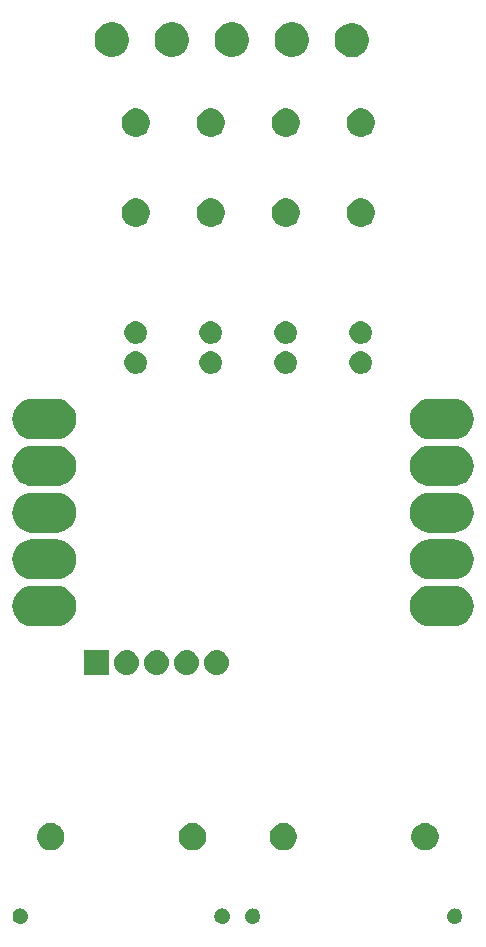
<source format=gbs>
%TF.GenerationSoftware,KiCad,Pcbnew,(5.0.1)-3*%
%TF.CreationDate,2018-12-23T11:38:55+11:00*%
%TF.ProjectId,4Channel-SSR-Switch,344368616E6E656C2D5353522D537769,1.2*%
%TF.SameCoordinates,PX7c25018PY96ca4b8*%
%TF.FileFunction,Soldermask,Bot*%
%TF.FilePolarity,Negative*%
%FSLAX46Y46*%
G04 Gerber Fmt 4.6, Leading zero omitted, Abs format (unit mm)*
G04 Created by KiCad (PCBNEW (5.0.1)-3) date 23/12/2018 11:38:55 AM*
%MOMM*%
%LPD*%
G01*
G04 APERTURE LIST*
%ADD10C,0.100000*%
G04 APERTURE END LIST*
D10*
G36*
X20932738Y6468347D02*
X20974598Y6460021D01*
X21009245Y6445670D01*
X21092890Y6411023D01*
X21199354Y6339886D01*
X21289886Y6249354D01*
X21361023Y6142890D01*
X21410021Y6024597D01*
X21435000Y5899021D01*
X21435000Y5770979D01*
X21410021Y5645403D01*
X21361023Y5527110D01*
X21289886Y5420646D01*
X21199354Y5330114D01*
X21092890Y5258977D01*
X21009245Y5224330D01*
X20974598Y5209979D01*
X20932738Y5201653D01*
X20849021Y5185000D01*
X20720979Y5185000D01*
X20637262Y5201653D01*
X20595402Y5209979D01*
X20560755Y5224330D01*
X20477110Y5258977D01*
X20370646Y5330114D01*
X20280114Y5420646D01*
X20208977Y5527110D01*
X20159979Y5645403D01*
X20135000Y5770979D01*
X20135000Y5899021D01*
X20159979Y6024597D01*
X20208977Y6142890D01*
X20280114Y6249354D01*
X20370646Y6339886D01*
X20477110Y6411023D01*
X20560755Y6445670D01*
X20595402Y6460021D01*
X20637262Y6468347D01*
X20720979Y6485000D01*
X20849021Y6485000D01*
X20932738Y6468347D01*
X20932738Y6468347D01*
G37*
G36*
X23517738Y6468347D02*
X23559598Y6460021D01*
X23594245Y6445670D01*
X23677890Y6411023D01*
X23784354Y6339886D01*
X23874886Y6249354D01*
X23946023Y6142890D01*
X23995021Y6024597D01*
X24020000Y5899021D01*
X24020000Y5770979D01*
X23995021Y5645403D01*
X23946023Y5527110D01*
X23874886Y5420646D01*
X23784354Y5330114D01*
X23677890Y5258977D01*
X23594245Y5224330D01*
X23559598Y5209979D01*
X23517738Y5201653D01*
X23434021Y5185000D01*
X23305979Y5185000D01*
X23222262Y5201653D01*
X23180402Y5209979D01*
X23145755Y5224330D01*
X23062110Y5258977D01*
X22955646Y5330114D01*
X22865114Y5420646D01*
X22793977Y5527110D01*
X22744979Y5645403D01*
X22720000Y5770979D01*
X22720000Y5899021D01*
X22744979Y6024597D01*
X22793977Y6142890D01*
X22865114Y6249354D01*
X22955646Y6339886D01*
X23062110Y6411023D01*
X23145755Y6445670D01*
X23180402Y6460021D01*
X23222262Y6468347D01*
X23305979Y6485000D01*
X23434021Y6485000D01*
X23517738Y6468347D01*
X23517738Y6468347D01*
G37*
G36*
X40617738Y6468347D02*
X40659598Y6460021D01*
X40694245Y6445670D01*
X40777890Y6411023D01*
X40884354Y6339886D01*
X40974886Y6249354D01*
X41046023Y6142890D01*
X41095021Y6024597D01*
X41120000Y5899021D01*
X41120000Y5770979D01*
X41095021Y5645403D01*
X41046023Y5527110D01*
X40974886Y5420646D01*
X40884354Y5330114D01*
X40777890Y5258977D01*
X40694245Y5224330D01*
X40659598Y5209979D01*
X40617738Y5201653D01*
X40534021Y5185000D01*
X40405979Y5185000D01*
X40322262Y5201653D01*
X40280402Y5209979D01*
X40245755Y5224330D01*
X40162110Y5258977D01*
X40055646Y5330114D01*
X39965114Y5420646D01*
X39893977Y5527110D01*
X39844979Y5645403D01*
X39820000Y5770979D01*
X39820000Y5899021D01*
X39844979Y6024597D01*
X39893977Y6142890D01*
X39965114Y6249354D01*
X40055646Y6339886D01*
X40162110Y6411023D01*
X40245755Y6445670D01*
X40280402Y6460021D01*
X40322262Y6468347D01*
X40405979Y6485000D01*
X40534021Y6485000D01*
X40617738Y6468347D01*
X40617738Y6468347D01*
G37*
G36*
X3832738Y6468347D02*
X3874598Y6460021D01*
X3909245Y6445670D01*
X3992890Y6411023D01*
X4099354Y6339886D01*
X4189886Y6249354D01*
X4261023Y6142890D01*
X4310021Y6024597D01*
X4335000Y5899021D01*
X4335000Y5770979D01*
X4310021Y5645403D01*
X4261023Y5527110D01*
X4189886Y5420646D01*
X4099354Y5330114D01*
X3992890Y5258977D01*
X3909245Y5224330D01*
X3874598Y5209979D01*
X3832738Y5201653D01*
X3749021Y5185000D01*
X3620979Y5185000D01*
X3537262Y5201653D01*
X3495402Y5209979D01*
X3460755Y5224330D01*
X3377110Y5258977D01*
X3270646Y5330114D01*
X3180114Y5420646D01*
X3108977Y5527110D01*
X3059979Y5645403D01*
X3035000Y5770979D01*
X3035000Y5899021D01*
X3059979Y6024597D01*
X3108977Y6142890D01*
X3180114Y6249354D01*
X3270646Y6339886D01*
X3377110Y6411023D01*
X3460755Y6445670D01*
X3495402Y6460021D01*
X3537262Y6468347D01*
X3620979Y6485000D01*
X3749021Y6485000D01*
X3832738Y6468347D01*
X3832738Y6468347D01*
G37*
G36*
X18610443Y13680806D02*
X18819728Y13594117D01*
X19008085Y13468261D01*
X19168261Y13308085D01*
X19294117Y13119728D01*
X19380806Y12910443D01*
X19425000Y12688266D01*
X19425000Y12461734D01*
X19380806Y12239557D01*
X19294117Y12030272D01*
X19168261Y11841915D01*
X19008085Y11681739D01*
X18819728Y11555883D01*
X18610443Y11469194D01*
X18388266Y11425000D01*
X18161734Y11425000D01*
X17939557Y11469194D01*
X17730272Y11555883D01*
X17541915Y11681739D01*
X17381739Y11841915D01*
X17255883Y12030272D01*
X17169194Y12239557D01*
X17125000Y12461734D01*
X17125000Y12688266D01*
X17169194Y12910443D01*
X17255883Y13119728D01*
X17381739Y13308085D01*
X17541915Y13468261D01*
X17730272Y13594117D01*
X17939557Y13680806D01*
X18161734Y13725000D01*
X18388266Y13725000D01*
X18610443Y13680806D01*
X18610443Y13680806D01*
G37*
G36*
X6620443Y13680806D02*
X6829728Y13594117D01*
X7018085Y13468261D01*
X7178261Y13308085D01*
X7304117Y13119728D01*
X7390806Y12910443D01*
X7435000Y12688266D01*
X7435000Y12461734D01*
X7390806Y12239557D01*
X7304117Y12030272D01*
X7178261Y11841915D01*
X7018085Y11681739D01*
X6829728Y11555883D01*
X6620443Y11469194D01*
X6398266Y11425000D01*
X6171734Y11425000D01*
X5949557Y11469194D01*
X5740272Y11555883D01*
X5551915Y11681739D01*
X5391739Y11841915D01*
X5265883Y12030272D01*
X5179194Y12239557D01*
X5135000Y12461734D01*
X5135000Y12688266D01*
X5179194Y12910443D01*
X5265883Y13119728D01*
X5391739Y13308085D01*
X5551915Y13468261D01*
X5740272Y13594117D01*
X5949557Y13680806D01*
X6171734Y13725000D01*
X6398266Y13725000D01*
X6620443Y13680806D01*
X6620443Y13680806D01*
G37*
G36*
X38295443Y13680806D02*
X38504728Y13594117D01*
X38693085Y13468261D01*
X38853261Y13308085D01*
X38979117Y13119728D01*
X39065806Y12910443D01*
X39110000Y12688266D01*
X39110000Y12461734D01*
X39065806Y12239557D01*
X38979117Y12030272D01*
X38853261Y11841915D01*
X38693085Y11681739D01*
X38504728Y11555883D01*
X38295443Y11469194D01*
X38073266Y11425000D01*
X37846734Y11425000D01*
X37624557Y11469194D01*
X37415272Y11555883D01*
X37226915Y11681739D01*
X37066739Y11841915D01*
X36940883Y12030272D01*
X36854194Y12239557D01*
X36810000Y12461734D01*
X36810000Y12688266D01*
X36854194Y12910443D01*
X36940883Y13119728D01*
X37066739Y13308085D01*
X37226915Y13468261D01*
X37415272Y13594117D01*
X37624557Y13680806D01*
X37846734Y13725000D01*
X38073266Y13725000D01*
X38295443Y13680806D01*
X38295443Y13680806D01*
G37*
G36*
X26305443Y13680806D02*
X26514728Y13594117D01*
X26703085Y13468261D01*
X26863261Y13308085D01*
X26989117Y13119728D01*
X27075806Y12910443D01*
X27120000Y12688266D01*
X27120000Y12461734D01*
X27075806Y12239557D01*
X26989117Y12030272D01*
X26863261Y11841915D01*
X26703085Y11681739D01*
X26514728Y11555883D01*
X26305443Y11469194D01*
X26083266Y11425000D01*
X25856734Y11425000D01*
X25634557Y11469194D01*
X25425272Y11555883D01*
X25236915Y11681739D01*
X25076739Y11841915D01*
X24950883Y12030272D01*
X24864194Y12239557D01*
X24820000Y12461734D01*
X24820000Y12688266D01*
X24864194Y12910443D01*
X24950883Y13119728D01*
X25076739Y13308085D01*
X25236915Y13468261D01*
X25425272Y13594117D01*
X25634557Y13680806D01*
X25856734Y13725000D01*
X26083266Y13725000D01*
X26305443Y13680806D01*
X26305443Y13680806D01*
G37*
G36*
X11210000Y26255000D02*
X9110000Y26255000D01*
X9110000Y28355000D01*
X11210000Y28355000D01*
X11210000Y26255000D01*
X11210000Y26255000D01*
G37*
G36*
X12828707Y28347403D02*
X12905836Y28339807D01*
X13037787Y28299780D01*
X13103763Y28279767D01*
X13286172Y28182267D01*
X13446054Y28051054D01*
X13577267Y27891172D01*
X13674767Y27708763D01*
X13674767Y27708762D01*
X13734807Y27510836D01*
X13755080Y27305000D01*
X13734807Y27099164D01*
X13694780Y26967213D01*
X13674767Y26901237D01*
X13577267Y26718828D01*
X13446054Y26558946D01*
X13286172Y26427733D01*
X13103763Y26330233D01*
X13037787Y26310220D01*
X12905836Y26270193D01*
X12828707Y26262596D01*
X12751580Y26255000D01*
X12648420Y26255000D01*
X12571293Y26262596D01*
X12494164Y26270193D01*
X12362213Y26310220D01*
X12296237Y26330233D01*
X12113828Y26427733D01*
X11953946Y26558946D01*
X11822733Y26718828D01*
X11725233Y26901237D01*
X11705220Y26967213D01*
X11665193Y27099164D01*
X11644920Y27305000D01*
X11665193Y27510836D01*
X11725233Y27708762D01*
X11725233Y27708763D01*
X11822733Y27891172D01*
X11953946Y28051054D01*
X12113828Y28182267D01*
X12296237Y28279767D01*
X12362213Y28299780D01*
X12494164Y28339807D01*
X12571293Y28347403D01*
X12648420Y28355000D01*
X12751580Y28355000D01*
X12828707Y28347403D01*
X12828707Y28347403D01*
G37*
G36*
X15368707Y28347403D02*
X15445836Y28339807D01*
X15577787Y28299780D01*
X15643763Y28279767D01*
X15826172Y28182267D01*
X15986054Y28051054D01*
X16117267Y27891172D01*
X16214767Y27708763D01*
X16214767Y27708762D01*
X16274807Y27510836D01*
X16295080Y27305000D01*
X16274807Y27099164D01*
X16234780Y26967213D01*
X16214767Y26901237D01*
X16117267Y26718828D01*
X15986054Y26558946D01*
X15826172Y26427733D01*
X15643763Y26330233D01*
X15577787Y26310220D01*
X15445836Y26270193D01*
X15368707Y26262596D01*
X15291580Y26255000D01*
X15188420Y26255000D01*
X15111293Y26262596D01*
X15034164Y26270193D01*
X14902213Y26310220D01*
X14836237Y26330233D01*
X14653828Y26427733D01*
X14493946Y26558946D01*
X14362733Y26718828D01*
X14265233Y26901237D01*
X14245220Y26967213D01*
X14205193Y27099164D01*
X14184920Y27305000D01*
X14205193Y27510836D01*
X14265233Y27708762D01*
X14265233Y27708763D01*
X14362733Y27891172D01*
X14493946Y28051054D01*
X14653828Y28182267D01*
X14836237Y28279767D01*
X14902213Y28299780D01*
X15034164Y28339807D01*
X15111293Y28347403D01*
X15188420Y28355000D01*
X15291580Y28355000D01*
X15368707Y28347403D01*
X15368707Y28347403D01*
G37*
G36*
X17908707Y28347403D02*
X17985836Y28339807D01*
X18117787Y28299780D01*
X18183763Y28279767D01*
X18366172Y28182267D01*
X18526054Y28051054D01*
X18657267Y27891172D01*
X18754767Y27708763D01*
X18754767Y27708762D01*
X18814807Y27510836D01*
X18835080Y27305000D01*
X18814807Y27099164D01*
X18774780Y26967213D01*
X18754767Y26901237D01*
X18657267Y26718828D01*
X18526054Y26558946D01*
X18366172Y26427733D01*
X18183763Y26330233D01*
X18117787Y26310220D01*
X17985836Y26270193D01*
X17908707Y26262596D01*
X17831580Y26255000D01*
X17728420Y26255000D01*
X17651293Y26262596D01*
X17574164Y26270193D01*
X17442213Y26310220D01*
X17376237Y26330233D01*
X17193828Y26427733D01*
X17033946Y26558946D01*
X16902733Y26718828D01*
X16805233Y26901237D01*
X16785220Y26967213D01*
X16745193Y27099164D01*
X16724920Y27305000D01*
X16745193Y27510836D01*
X16805233Y27708762D01*
X16805233Y27708763D01*
X16902733Y27891172D01*
X17033946Y28051054D01*
X17193828Y28182267D01*
X17376237Y28279767D01*
X17442213Y28299780D01*
X17574164Y28339807D01*
X17651293Y28347403D01*
X17728420Y28355000D01*
X17831580Y28355000D01*
X17908707Y28347403D01*
X17908707Y28347403D01*
G37*
G36*
X20448707Y28347403D02*
X20525836Y28339807D01*
X20657787Y28299780D01*
X20723763Y28279767D01*
X20906172Y28182267D01*
X21066054Y28051054D01*
X21197267Y27891172D01*
X21294767Y27708763D01*
X21294767Y27708762D01*
X21354807Y27510836D01*
X21375080Y27305000D01*
X21354807Y27099164D01*
X21314780Y26967213D01*
X21294767Y26901237D01*
X21197267Y26718828D01*
X21066054Y26558946D01*
X20906172Y26427733D01*
X20723763Y26330233D01*
X20657787Y26310220D01*
X20525836Y26270193D01*
X20448707Y26262596D01*
X20371580Y26255000D01*
X20268420Y26255000D01*
X20191293Y26262596D01*
X20114164Y26270193D01*
X19982213Y26310220D01*
X19916237Y26330233D01*
X19733828Y26427733D01*
X19573946Y26558946D01*
X19442733Y26718828D01*
X19345233Y26901237D01*
X19325220Y26967213D01*
X19285193Y27099164D01*
X19264920Y27305000D01*
X19285193Y27510836D01*
X19345233Y27708762D01*
X19345233Y27708763D01*
X19442733Y27891172D01*
X19573946Y28051054D01*
X19733828Y28182267D01*
X19916237Y28279767D01*
X19982213Y28299780D01*
X20114164Y28339807D01*
X20191293Y28347403D01*
X20268420Y28355000D01*
X20371580Y28355000D01*
X20448707Y28347403D01*
X20448707Y28347403D01*
G37*
G36*
X7048989Y33760554D02*
X7048992Y33760553D01*
X7048993Y33760553D01*
X7369419Y33663353D01*
X7369421Y33663352D01*
X7664728Y33505507D01*
X7923565Y33293085D01*
X8135987Y33034248D01*
X8293832Y32738941D01*
X8391034Y32418509D01*
X8423854Y32085280D01*
X8391034Y31752051D01*
X8293832Y31431619D01*
X8135987Y31136312D01*
X7923565Y30877475D01*
X7664728Y30665053D01*
X7664726Y30665052D01*
X7369419Y30507207D01*
X7048993Y30410007D01*
X7048992Y30410007D01*
X7048989Y30410006D01*
X6799262Y30385410D01*
X4630738Y30385410D01*
X4381011Y30410006D01*
X4381008Y30410007D01*
X4381007Y30410007D01*
X4060581Y30507207D01*
X3765274Y30665052D01*
X3765272Y30665053D01*
X3506435Y30877475D01*
X3294013Y31136312D01*
X3136168Y31431619D01*
X3038966Y31752051D01*
X3006146Y32085280D01*
X3038966Y32418509D01*
X3136168Y32738941D01*
X3294013Y33034248D01*
X3506435Y33293085D01*
X3765272Y33505507D01*
X4060579Y33663352D01*
X4060581Y33663353D01*
X4381007Y33760553D01*
X4381008Y33760553D01*
X4381011Y33760554D01*
X4630738Y33785150D01*
X6799262Y33785150D01*
X7048989Y33760554D01*
X7048989Y33760554D01*
G37*
G36*
X40703989Y33760554D02*
X40703992Y33760553D01*
X40703993Y33760553D01*
X41024419Y33663353D01*
X41024421Y33663352D01*
X41319728Y33505507D01*
X41578565Y33293085D01*
X41790987Y33034248D01*
X41948832Y32738941D01*
X42046034Y32418509D01*
X42078854Y32085280D01*
X42046034Y31752051D01*
X41948832Y31431619D01*
X41790987Y31136312D01*
X41578565Y30877475D01*
X41319728Y30665053D01*
X41319726Y30665052D01*
X41024419Y30507207D01*
X40703993Y30410007D01*
X40703992Y30410007D01*
X40703989Y30410006D01*
X40454262Y30385410D01*
X38285738Y30385410D01*
X38036011Y30410006D01*
X38036008Y30410007D01*
X38036007Y30410007D01*
X37715581Y30507207D01*
X37420274Y30665052D01*
X37420272Y30665053D01*
X37161435Y30877475D01*
X36949013Y31136312D01*
X36791168Y31431619D01*
X36693966Y31752051D01*
X36661146Y32085280D01*
X36693966Y32418509D01*
X36791168Y32738941D01*
X36949013Y33034248D01*
X37161435Y33293085D01*
X37420272Y33505507D01*
X37715579Y33663352D01*
X37715581Y33663353D01*
X38036007Y33760553D01*
X38036008Y33760553D01*
X38036011Y33760554D01*
X38285738Y33785150D01*
X40454262Y33785150D01*
X40703989Y33760554D01*
X40703989Y33760554D01*
G37*
G36*
X7048989Y37720414D02*
X7048992Y37720413D01*
X7048993Y37720413D01*
X7369419Y37623213D01*
X7369421Y37623212D01*
X7664728Y37465367D01*
X7923565Y37252945D01*
X8135987Y36994108D01*
X8293832Y36698801D01*
X8391034Y36378369D01*
X8423854Y36045140D01*
X8391034Y35711911D01*
X8293832Y35391479D01*
X8135987Y35096172D01*
X7923565Y34837335D01*
X7664728Y34624913D01*
X7664726Y34624912D01*
X7369419Y34467067D01*
X7048993Y34369867D01*
X7048992Y34369867D01*
X7048989Y34369866D01*
X6799262Y34345270D01*
X4630738Y34345270D01*
X4381011Y34369866D01*
X4381008Y34369867D01*
X4381007Y34369867D01*
X4060581Y34467067D01*
X3765274Y34624912D01*
X3765272Y34624913D01*
X3506435Y34837335D01*
X3294013Y35096172D01*
X3136168Y35391479D01*
X3038966Y35711911D01*
X3006146Y36045140D01*
X3038966Y36378369D01*
X3136168Y36698801D01*
X3294013Y36994108D01*
X3506435Y37252945D01*
X3765272Y37465367D01*
X4060579Y37623212D01*
X4060581Y37623213D01*
X4381007Y37720413D01*
X4381008Y37720413D01*
X4381011Y37720414D01*
X4630738Y37745010D01*
X6799262Y37745010D01*
X7048989Y37720414D01*
X7048989Y37720414D01*
G37*
G36*
X40703989Y37720414D02*
X40703992Y37720413D01*
X40703993Y37720413D01*
X41024419Y37623213D01*
X41024421Y37623212D01*
X41319728Y37465367D01*
X41578565Y37252945D01*
X41790987Y36994108D01*
X41948832Y36698801D01*
X42046034Y36378369D01*
X42078854Y36045140D01*
X42046034Y35711911D01*
X41948832Y35391479D01*
X41790987Y35096172D01*
X41578565Y34837335D01*
X41319728Y34624913D01*
X41319726Y34624912D01*
X41024419Y34467067D01*
X40703993Y34369867D01*
X40703992Y34369867D01*
X40703989Y34369866D01*
X40454262Y34345270D01*
X38285738Y34345270D01*
X38036011Y34369866D01*
X38036008Y34369867D01*
X38036007Y34369867D01*
X37715581Y34467067D01*
X37420274Y34624912D01*
X37420272Y34624913D01*
X37161435Y34837335D01*
X36949013Y35096172D01*
X36791168Y35391479D01*
X36693966Y35711911D01*
X36661146Y36045140D01*
X36693966Y36378369D01*
X36791168Y36698801D01*
X36949013Y36994108D01*
X37161435Y37252945D01*
X37420272Y37465367D01*
X37715579Y37623212D01*
X37715581Y37623213D01*
X38036007Y37720413D01*
X38036008Y37720413D01*
X38036011Y37720414D01*
X38285738Y37745010D01*
X40454262Y37745010D01*
X40703989Y37720414D01*
X40703989Y37720414D01*
G37*
G36*
X7048989Y41680274D02*
X7048992Y41680273D01*
X7048993Y41680273D01*
X7369419Y41583073D01*
X7369421Y41583072D01*
X7664728Y41425227D01*
X7923565Y41212805D01*
X8135987Y40953968D01*
X8293832Y40658661D01*
X8391034Y40338229D01*
X8423854Y40005000D01*
X8391034Y39671771D01*
X8293832Y39351339D01*
X8135987Y39056032D01*
X7923565Y38797195D01*
X7664728Y38584773D01*
X7664726Y38584772D01*
X7369419Y38426927D01*
X7048993Y38329727D01*
X7048992Y38329727D01*
X7048989Y38329726D01*
X6799262Y38305130D01*
X4630738Y38305130D01*
X4381011Y38329726D01*
X4381008Y38329727D01*
X4381007Y38329727D01*
X4060581Y38426927D01*
X3765274Y38584772D01*
X3765272Y38584773D01*
X3506435Y38797195D01*
X3294013Y39056032D01*
X3136168Y39351339D01*
X3038966Y39671771D01*
X3006146Y40005000D01*
X3038966Y40338229D01*
X3136168Y40658661D01*
X3294013Y40953968D01*
X3506435Y41212805D01*
X3765272Y41425227D01*
X4060579Y41583072D01*
X4060581Y41583073D01*
X4381007Y41680273D01*
X4381008Y41680273D01*
X4381011Y41680274D01*
X4630738Y41704870D01*
X6799262Y41704870D01*
X7048989Y41680274D01*
X7048989Y41680274D01*
G37*
G36*
X40703989Y41680274D02*
X40703992Y41680273D01*
X40703993Y41680273D01*
X41024419Y41583073D01*
X41024421Y41583072D01*
X41319728Y41425227D01*
X41578565Y41212805D01*
X41790987Y40953968D01*
X41948832Y40658661D01*
X42046034Y40338229D01*
X42078854Y40005000D01*
X42046034Y39671771D01*
X41948832Y39351339D01*
X41790987Y39056032D01*
X41578565Y38797195D01*
X41319728Y38584773D01*
X41319726Y38584772D01*
X41024419Y38426927D01*
X40703993Y38329727D01*
X40703992Y38329727D01*
X40703989Y38329726D01*
X40454262Y38305130D01*
X38285738Y38305130D01*
X38036011Y38329726D01*
X38036008Y38329727D01*
X38036007Y38329727D01*
X37715581Y38426927D01*
X37420274Y38584772D01*
X37420272Y38584773D01*
X37161435Y38797195D01*
X36949013Y39056032D01*
X36791168Y39351339D01*
X36693966Y39671771D01*
X36661146Y40005000D01*
X36693966Y40338229D01*
X36791168Y40658661D01*
X36949013Y40953968D01*
X37161435Y41212805D01*
X37420272Y41425227D01*
X37715579Y41583072D01*
X37715581Y41583073D01*
X38036007Y41680273D01*
X38036008Y41680273D01*
X38036011Y41680274D01*
X38285738Y41704870D01*
X40454262Y41704870D01*
X40703989Y41680274D01*
X40703989Y41680274D01*
G37*
G36*
X7048989Y45640134D02*
X7048992Y45640133D01*
X7048993Y45640133D01*
X7369419Y45542933D01*
X7369421Y45542932D01*
X7664728Y45385087D01*
X7923565Y45172665D01*
X8135987Y44913828D01*
X8293832Y44618521D01*
X8391034Y44298089D01*
X8423854Y43964860D01*
X8391034Y43631631D01*
X8293832Y43311199D01*
X8135987Y43015892D01*
X7923565Y42757055D01*
X7664728Y42544633D01*
X7664726Y42544632D01*
X7369419Y42386787D01*
X7048993Y42289587D01*
X7048992Y42289587D01*
X7048989Y42289586D01*
X6799262Y42264990D01*
X4630738Y42264990D01*
X4381011Y42289586D01*
X4381008Y42289587D01*
X4381007Y42289587D01*
X4060581Y42386787D01*
X3765274Y42544632D01*
X3765272Y42544633D01*
X3506435Y42757055D01*
X3294013Y43015892D01*
X3136168Y43311199D01*
X3038966Y43631631D01*
X3006146Y43964860D01*
X3038966Y44298089D01*
X3136168Y44618521D01*
X3294013Y44913828D01*
X3506435Y45172665D01*
X3765272Y45385087D01*
X4060579Y45542932D01*
X4060581Y45542933D01*
X4381007Y45640133D01*
X4381008Y45640133D01*
X4381011Y45640134D01*
X4630738Y45664730D01*
X6799262Y45664730D01*
X7048989Y45640134D01*
X7048989Y45640134D01*
G37*
G36*
X40703989Y45640134D02*
X40703992Y45640133D01*
X40703993Y45640133D01*
X41024419Y45542933D01*
X41024421Y45542932D01*
X41319728Y45385087D01*
X41578565Y45172665D01*
X41790987Y44913828D01*
X41948832Y44618521D01*
X42046034Y44298089D01*
X42078854Y43964860D01*
X42046034Y43631631D01*
X41948832Y43311199D01*
X41790987Y43015892D01*
X41578565Y42757055D01*
X41319728Y42544633D01*
X41319726Y42544632D01*
X41024419Y42386787D01*
X40703993Y42289587D01*
X40703992Y42289587D01*
X40703989Y42289586D01*
X40454262Y42264990D01*
X38285738Y42264990D01*
X38036011Y42289586D01*
X38036008Y42289587D01*
X38036007Y42289587D01*
X37715581Y42386787D01*
X37420274Y42544632D01*
X37420272Y42544633D01*
X37161435Y42757055D01*
X36949013Y43015892D01*
X36791168Y43311199D01*
X36693966Y43631631D01*
X36661146Y43964860D01*
X36693966Y44298089D01*
X36791168Y44618521D01*
X36949013Y44913828D01*
X37161435Y45172665D01*
X37420272Y45385087D01*
X37715579Y45542932D01*
X37715581Y45542933D01*
X38036007Y45640133D01*
X38036008Y45640133D01*
X38036011Y45640134D01*
X38285738Y45664730D01*
X40454262Y45664730D01*
X40703989Y45640134D01*
X40703989Y45640134D01*
G37*
G36*
X40703989Y49599994D02*
X40703992Y49599993D01*
X40703993Y49599993D01*
X41024419Y49502793D01*
X41024421Y49502792D01*
X41319728Y49344947D01*
X41578565Y49132525D01*
X41790987Y48873688D01*
X41948832Y48578381D01*
X42046034Y48257949D01*
X42078854Y47924720D01*
X42046034Y47591491D01*
X41948832Y47271059D01*
X41790987Y46975752D01*
X41578565Y46716915D01*
X41319728Y46504493D01*
X41319726Y46504492D01*
X41024419Y46346647D01*
X40703993Y46249447D01*
X40703992Y46249447D01*
X40703989Y46249446D01*
X40454262Y46224850D01*
X38285738Y46224850D01*
X38036011Y46249446D01*
X38036008Y46249447D01*
X38036007Y46249447D01*
X37715581Y46346647D01*
X37420274Y46504492D01*
X37420272Y46504493D01*
X37161435Y46716915D01*
X36949013Y46975752D01*
X36791168Y47271059D01*
X36693966Y47591491D01*
X36661146Y47924720D01*
X36693966Y48257949D01*
X36791168Y48578381D01*
X36949013Y48873688D01*
X37161435Y49132525D01*
X37420272Y49344947D01*
X37715579Y49502792D01*
X37715581Y49502793D01*
X38036007Y49599993D01*
X38036008Y49599993D01*
X38036011Y49599994D01*
X38285738Y49624590D01*
X40454262Y49624590D01*
X40703989Y49599994D01*
X40703989Y49599994D01*
G37*
G36*
X7048989Y49599994D02*
X7048992Y49599993D01*
X7048993Y49599993D01*
X7369419Y49502793D01*
X7369421Y49502792D01*
X7664728Y49344947D01*
X7923565Y49132525D01*
X8135987Y48873688D01*
X8293832Y48578381D01*
X8391034Y48257949D01*
X8423854Y47924720D01*
X8391034Y47591491D01*
X8293832Y47271059D01*
X8135987Y46975752D01*
X7923565Y46716915D01*
X7664728Y46504493D01*
X7664726Y46504492D01*
X7369419Y46346647D01*
X7048993Y46249447D01*
X7048992Y46249447D01*
X7048989Y46249446D01*
X6799262Y46224850D01*
X4630738Y46224850D01*
X4381011Y46249446D01*
X4381008Y46249447D01*
X4381007Y46249447D01*
X4060581Y46346647D01*
X3765274Y46504492D01*
X3765272Y46504493D01*
X3506435Y46716915D01*
X3294013Y46975752D01*
X3136168Y47271059D01*
X3038966Y47591491D01*
X3006146Y47924720D01*
X3038966Y48257949D01*
X3136168Y48578381D01*
X3294013Y48873688D01*
X3506435Y49132525D01*
X3765272Y49344947D01*
X4060579Y49502792D01*
X4060581Y49502793D01*
X4381007Y49599993D01*
X4381008Y49599993D01*
X4381011Y49599994D01*
X4630738Y49624590D01*
X6799262Y49624590D01*
X7048989Y49599994D01*
X7048989Y49599994D01*
G37*
G36*
X32654452Y53645873D02*
X32792105Y53618492D01*
X32964994Y53546879D01*
X33120590Y53442913D01*
X33252913Y53310590D01*
X33356879Y53154994D01*
X33428492Y52982105D01*
X33465000Y52798567D01*
X33465000Y52611433D01*
X33428492Y52427895D01*
X33356879Y52255006D01*
X33252913Y52099410D01*
X33120590Y51967087D01*
X32964994Y51863121D01*
X32792105Y51791508D01*
X32654451Y51764127D01*
X32608568Y51755000D01*
X32421432Y51755000D01*
X32375549Y51764127D01*
X32237895Y51791508D01*
X32065006Y51863121D01*
X31909410Y51967087D01*
X31777087Y52099410D01*
X31673121Y52255006D01*
X31601508Y52427895D01*
X31565000Y52611433D01*
X31565000Y52798567D01*
X31601508Y52982105D01*
X31673121Y53154994D01*
X31777087Y53310590D01*
X31909410Y53442913D01*
X32065006Y53546879D01*
X32237895Y53618492D01*
X32375549Y53645873D01*
X32421432Y53655000D01*
X32608568Y53655000D01*
X32654452Y53645873D01*
X32654452Y53645873D01*
G37*
G36*
X13604452Y53645873D02*
X13742105Y53618492D01*
X13914994Y53546879D01*
X14070590Y53442913D01*
X14202913Y53310590D01*
X14306879Y53154994D01*
X14378492Y52982105D01*
X14415000Y52798567D01*
X14415000Y52611433D01*
X14378492Y52427895D01*
X14306879Y52255006D01*
X14202913Y52099410D01*
X14070590Y51967087D01*
X13914994Y51863121D01*
X13742105Y51791508D01*
X13604451Y51764127D01*
X13558568Y51755000D01*
X13371432Y51755000D01*
X13325549Y51764127D01*
X13187895Y51791508D01*
X13015006Y51863121D01*
X12859410Y51967087D01*
X12727087Y52099410D01*
X12623121Y52255006D01*
X12551508Y52427895D01*
X12515000Y52611433D01*
X12515000Y52798567D01*
X12551508Y52982105D01*
X12623121Y53154994D01*
X12727087Y53310590D01*
X12859410Y53442913D01*
X13015006Y53546879D01*
X13187895Y53618492D01*
X13325549Y53645873D01*
X13371432Y53655000D01*
X13558568Y53655000D01*
X13604452Y53645873D01*
X13604452Y53645873D01*
G37*
G36*
X26304452Y53645873D02*
X26442105Y53618492D01*
X26614994Y53546879D01*
X26770590Y53442913D01*
X26902913Y53310590D01*
X27006879Y53154994D01*
X27078492Y52982105D01*
X27115000Y52798567D01*
X27115000Y52611433D01*
X27078492Y52427895D01*
X27006879Y52255006D01*
X26902913Y52099410D01*
X26770590Y51967087D01*
X26614994Y51863121D01*
X26442105Y51791508D01*
X26304451Y51764127D01*
X26258568Y51755000D01*
X26071432Y51755000D01*
X26025549Y51764127D01*
X25887895Y51791508D01*
X25715006Y51863121D01*
X25559410Y51967087D01*
X25427087Y52099410D01*
X25323121Y52255006D01*
X25251508Y52427895D01*
X25215000Y52611433D01*
X25215000Y52798567D01*
X25251508Y52982105D01*
X25323121Y53154994D01*
X25427087Y53310590D01*
X25559410Y53442913D01*
X25715006Y53546879D01*
X25887895Y53618492D01*
X26025549Y53645873D01*
X26071432Y53655000D01*
X26258568Y53655000D01*
X26304452Y53645873D01*
X26304452Y53645873D01*
G37*
G36*
X19954452Y53645873D02*
X20092105Y53618492D01*
X20264994Y53546879D01*
X20420590Y53442913D01*
X20552913Y53310590D01*
X20656879Y53154994D01*
X20728492Y52982105D01*
X20765000Y52798567D01*
X20765000Y52611433D01*
X20728492Y52427895D01*
X20656879Y52255006D01*
X20552913Y52099410D01*
X20420590Y51967087D01*
X20264994Y51863121D01*
X20092105Y51791508D01*
X19954451Y51764127D01*
X19908568Y51755000D01*
X19721432Y51755000D01*
X19675549Y51764127D01*
X19537895Y51791508D01*
X19365006Y51863121D01*
X19209410Y51967087D01*
X19077087Y52099410D01*
X18973121Y52255006D01*
X18901508Y52427895D01*
X18865000Y52611433D01*
X18865000Y52798567D01*
X18901508Y52982105D01*
X18973121Y53154994D01*
X19077087Y53310590D01*
X19209410Y53442913D01*
X19365006Y53546879D01*
X19537895Y53618492D01*
X19675549Y53645873D01*
X19721432Y53655000D01*
X19908568Y53655000D01*
X19954452Y53645873D01*
X19954452Y53645873D01*
G37*
G36*
X32654452Y56185873D02*
X32792105Y56158492D01*
X32964994Y56086879D01*
X33120590Y55982913D01*
X33252913Y55850590D01*
X33356879Y55694994D01*
X33428492Y55522105D01*
X33465000Y55338567D01*
X33465000Y55151433D01*
X33428492Y54967895D01*
X33356879Y54795006D01*
X33252913Y54639410D01*
X33120590Y54507087D01*
X32964994Y54403121D01*
X32792105Y54331508D01*
X32654451Y54304127D01*
X32608568Y54295000D01*
X32421432Y54295000D01*
X32375548Y54304127D01*
X32237895Y54331508D01*
X32065006Y54403121D01*
X31909410Y54507087D01*
X31777087Y54639410D01*
X31673121Y54795006D01*
X31601508Y54967895D01*
X31565000Y55151433D01*
X31565000Y55338567D01*
X31601508Y55522105D01*
X31673121Y55694994D01*
X31777087Y55850590D01*
X31909410Y55982913D01*
X32065006Y56086879D01*
X32237895Y56158492D01*
X32375549Y56185873D01*
X32421432Y56195000D01*
X32608568Y56195000D01*
X32654452Y56185873D01*
X32654452Y56185873D01*
G37*
G36*
X26304452Y56185873D02*
X26442105Y56158492D01*
X26614994Y56086879D01*
X26770590Y55982913D01*
X26902913Y55850590D01*
X27006879Y55694994D01*
X27078492Y55522105D01*
X27115000Y55338567D01*
X27115000Y55151433D01*
X27078492Y54967895D01*
X27006879Y54795006D01*
X26902913Y54639410D01*
X26770590Y54507087D01*
X26614994Y54403121D01*
X26442105Y54331508D01*
X26304451Y54304127D01*
X26258568Y54295000D01*
X26071432Y54295000D01*
X26025548Y54304127D01*
X25887895Y54331508D01*
X25715006Y54403121D01*
X25559410Y54507087D01*
X25427087Y54639410D01*
X25323121Y54795006D01*
X25251508Y54967895D01*
X25215000Y55151433D01*
X25215000Y55338567D01*
X25251508Y55522105D01*
X25323121Y55694994D01*
X25427087Y55850590D01*
X25559410Y55982913D01*
X25715006Y56086879D01*
X25887895Y56158492D01*
X26025549Y56185873D01*
X26071432Y56195000D01*
X26258568Y56195000D01*
X26304452Y56185873D01*
X26304452Y56185873D01*
G37*
G36*
X19954452Y56185873D02*
X20092105Y56158492D01*
X20264994Y56086879D01*
X20420590Y55982913D01*
X20552913Y55850590D01*
X20656879Y55694994D01*
X20728492Y55522105D01*
X20765000Y55338567D01*
X20765000Y55151433D01*
X20728492Y54967895D01*
X20656879Y54795006D01*
X20552913Y54639410D01*
X20420590Y54507087D01*
X20264994Y54403121D01*
X20092105Y54331508D01*
X19954451Y54304127D01*
X19908568Y54295000D01*
X19721432Y54295000D01*
X19675548Y54304127D01*
X19537895Y54331508D01*
X19365006Y54403121D01*
X19209410Y54507087D01*
X19077087Y54639410D01*
X18973121Y54795006D01*
X18901508Y54967895D01*
X18865000Y55151433D01*
X18865000Y55338567D01*
X18901508Y55522105D01*
X18973121Y55694994D01*
X19077087Y55850590D01*
X19209410Y55982913D01*
X19365006Y56086879D01*
X19537895Y56158492D01*
X19675549Y56185873D01*
X19721432Y56195000D01*
X19908568Y56195000D01*
X19954452Y56185873D01*
X19954452Y56185873D01*
G37*
G36*
X13604452Y56185873D02*
X13742105Y56158492D01*
X13914994Y56086879D01*
X14070590Y55982913D01*
X14202913Y55850590D01*
X14306879Y55694994D01*
X14378492Y55522105D01*
X14415000Y55338567D01*
X14415000Y55151433D01*
X14378492Y54967895D01*
X14306879Y54795006D01*
X14202913Y54639410D01*
X14070590Y54507087D01*
X13914994Y54403121D01*
X13742105Y54331508D01*
X13604451Y54304127D01*
X13558568Y54295000D01*
X13371432Y54295000D01*
X13325548Y54304127D01*
X13187895Y54331508D01*
X13015006Y54403121D01*
X12859410Y54507087D01*
X12727087Y54639410D01*
X12623121Y54795006D01*
X12551508Y54967895D01*
X12515000Y55151433D01*
X12515000Y55338567D01*
X12551508Y55522105D01*
X12623121Y55694994D01*
X12727087Y55850590D01*
X12859410Y55982913D01*
X13015006Y56086879D01*
X13187895Y56158492D01*
X13325549Y56185873D01*
X13371432Y56195000D01*
X13558568Y56195000D01*
X13604452Y56185873D01*
X13604452Y56185873D01*
G37*
G36*
X26515026Y66558885D02*
X26733412Y66468427D01*
X26929958Y66337099D01*
X27097099Y66169958D01*
X27228427Y65973412D01*
X27318885Y65755026D01*
X27365000Y65523191D01*
X27365000Y65286809D01*
X27318885Y65054974D01*
X27228427Y64836588D01*
X27097099Y64640042D01*
X26929958Y64472901D01*
X26733412Y64341573D01*
X26515026Y64251115D01*
X26283191Y64205000D01*
X26046809Y64205000D01*
X25814974Y64251115D01*
X25596588Y64341573D01*
X25400042Y64472901D01*
X25232901Y64640042D01*
X25101573Y64836588D01*
X25011115Y65054974D01*
X24965000Y65286809D01*
X24965000Y65523191D01*
X25011115Y65755026D01*
X25101573Y65973412D01*
X25232901Y66169958D01*
X25400042Y66337099D01*
X25596588Y66468427D01*
X25814974Y66558885D01*
X26046809Y66605000D01*
X26283191Y66605000D01*
X26515026Y66558885D01*
X26515026Y66558885D01*
G37*
G36*
X32865026Y66558885D02*
X33083412Y66468427D01*
X33279958Y66337099D01*
X33447099Y66169958D01*
X33578427Y65973412D01*
X33668885Y65755026D01*
X33715000Y65523191D01*
X33715000Y65286809D01*
X33668885Y65054974D01*
X33578427Y64836588D01*
X33447099Y64640042D01*
X33279958Y64472901D01*
X33083412Y64341573D01*
X32865026Y64251115D01*
X32633191Y64205000D01*
X32396809Y64205000D01*
X32164974Y64251115D01*
X31946588Y64341573D01*
X31750042Y64472901D01*
X31582901Y64640042D01*
X31451573Y64836588D01*
X31361115Y65054974D01*
X31315000Y65286809D01*
X31315000Y65523191D01*
X31361115Y65755026D01*
X31451573Y65973412D01*
X31582901Y66169958D01*
X31750042Y66337099D01*
X31946588Y66468427D01*
X32164974Y66558885D01*
X32396809Y66605000D01*
X32633191Y66605000D01*
X32865026Y66558885D01*
X32865026Y66558885D01*
G37*
G36*
X20165026Y66558885D02*
X20383412Y66468427D01*
X20579958Y66337099D01*
X20747099Y66169958D01*
X20878427Y65973412D01*
X20968885Y65755026D01*
X21015000Y65523191D01*
X21015000Y65286809D01*
X20968885Y65054974D01*
X20878427Y64836588D01*
X20747099Y64640042D01*
X20579958Y64472901D01*
X20383412Y64341573D01*
X20165026Y64251115D01*
X19933191Y64205000D01*
X19696809Y64205000D01*
X19464974Y64251115D01*
X19246588Y64341573D01*
X19050042Y64472901D01*
X18882901Y64640042D01*
X18751573Y64836588D01*
X18661115Y65054974D01*
X18615000Y65286809D01*
X18615000Y65523191D01*
X18661115Y65755026D01*
X18751573Y65973412D01*
X18882901Y66169958D01*
X19050042Y66337099D01*
X19246588Y66468427D01*
X19464974Y66558885D01*
X19696809Y66605000D01*
X19933191Y66605000D01*
X20165026Y66558885D01*
X20165026Y66558885D01*
G37*
G36*
X13815026Y66558885D02*
X14033412Y66468427D01*
X14229958Y66337099D01*
X14397099Y66169958D01*
X14528427Y65973412D01*
X14618885Y65755026D01*
X14665000Y65523191D01*
X14665000Y65286809D01*
X14618885Y65054974D01*
X14528427Y64836588D01*
X14397099Y64640042D01*
X14229958Y64472901D01*
X14033412Y64341573D01*
X13815026Y64251115D01*
X13583191Y64205000D01*
X13346809Y64205000D01*
X13114974Y64251115D01*
X12896588Y64341573D01*
X12700042Y64472901D01*
X12532901Y64640042D01*
X12401573Y64836588D01*
X12311115Y65054974D01*
X12265000Y65286809D01*
X12265000Y65523191D01*
X12311115Y65755026D01*
X12401573Y65973412D01*
X12532901Y66169958D01*
X12700042Y66337099D01*
X12896588Y66468427D01*
X13114974Y66558885D01*
X13346809Y66605000D01*
X13583191Y66605000D01*
X13815026Y66558885D01*
X13815026Y66558885D01*
G37*
G36*
X32865026Y74178885D02*
X33083412Y74088427D01*
X33279958Y73957099D01*
X33447099Y73789958D01*
X33578427Y73593412D01*
X33668885Y73375026D01*
X33715000Y73143191D01*
X33715000Y72906809D01*
X33668885Y72674974D01*
X33578427Y72456588D01*
X33447099Y72260042D01*
X33279958Y72092901D01*
X33083412Y71961573D01*
X32865026Y71871115D01*
X32633191Y71825000D01*
X32396809Y71825000D01*
X32164974Y71871115D01*
X31946588Y71961573D01*
X31750042Y72092901D01*
X31582901Y72260042D01*
X31451573Y72456588D01*
X31361115Y72674974D01*
X31315000Y72906809D01*
X31315000Y73143191D01*
X31361115Y73375026D01*
X31451573Y73593412D01*
X31582901Y73789958D01*
X31750042Y73957099D01*
X31946588Y74088427D01*
X32164974Y74178885D01*
X32396809Y74225000D01*
X32633191Y74225000D01*
X32865026Y74178885D01*
X32865026Y74178885D01*
G37*
G36*
X26515026Y74178885D02*
X26733412Y74088427D01*
X26929958Y73957099D01*
X27097099Y73789958D01*
X27228427Y73593412D01*
X27318885Y73375026D01*
X27365000Y73143191D01*
X27365000Y72906809D01*
X27318885Y72674974D01*
X27228427Y72456588D01*
X27097099Y72260042D01*
X26929958Y72092901D01*
X26733412Y71961573D01*
X26515026Y71871115D01*
X26283191Y71825000D01*
X26046809Y71825000D01*
X25814974Y71871115D01*
X25596588Y71961573D01*
X25400042Y72092901D01*
X25232901Y72260042D01*
X25101573Y72456588D01*
X25011115Y72674974D01*
X24965000Y72906809D01*
X24965000Y73143191D01*
X25011115Y73375026D01*
X25101573Y73593412D01*
X25232901Y73789958D01*
X25400042Y73957099D01*
X25596588Y74088427D01*
X25814974Y74178885D01*
X26046809Y74225000D01*
X26283191Y74225000D01*
X26515026Y74178885D01*
X26515026Y74178885D01*
G37*
G36*
X13815026Y74178885D02*
X14033412Y74088427D01*
X14229958Y73957099D01*
X14397099Y73789958D01*
X14528427Y73593412D01*
X14618885Y73375026D01*
X14665000Y73143191D01*
X14665000Y72906809D01*
X14618885Y72674974D01*
X14528427Y72456588D01*
X14397099Y72260042D01*
X14229958Y72092901D01*
X14033412Y71961573D01*
X13815026Y71871115D01*
X13583191Y71825000D01*
X13346809Y71825000D01*
X13114974Y71871115D01*
X12896588Y71961573D01*
X12700042Y72092901D01*
X12532901Y72260042D01*
X12401573Y72456588D01*
X12311115Y72674974D01*
X12265000Y72906809D01*
X12265000Y73143191D01*
X12311115Y73375026D01*
X12401573Y73593412D01*
X12532901Y73789958D01*
X12700042Y73957099D01*
X12896588Y74088427D01*
X13114974Y74178885D01*
X13346809Y74225000D01*
X13583191Y74225000D01*
X13815026Y74178885D01*
X13815026Y74178885D01*
G37*
G36*
X20165026Y74178885D02*
X20383412Y74088427D01*
X20579958Y73957099D01*
X20747099Y73789958D01*
X20878427Y73593412D01*
X20968885Y73375026D01*
X21015000Y73143191D01*
X21015000Y72906809D01*
X20968885Y72674974D01*
X20878427Y72456588D01*
X20747099Y72260042D01*
X20579958Y72092901D01*
X20383412Y71961573D01*
X20165026Y71871115D01*
X19933191Y71825000D01*
X19696809Y71825000D01*
X19464974Y71871115D01*
X19246588Y71961573D01*
X19050042Y72092901D01*
X18882901Y72260042D01*
X18751573Y72456588D01*
X18661115Y72674974D01*
X18615000Y72906809D01*
X18615000Y73143191D01*
X18661115Y73375026D01*
X18751573Y73593412D01*
X18882901Y73789958D01*
X19050042Y73957099D01*
X19246588Y74088427D01*
X19464974Y74178885D01*
X19696809Y74225000D01*
X19933191Y74225000D01*
X20165026Y74178885D01*
X20165026Y74178885D01*
G37*
G36*
X32172947Y81404278D02*
X32436833Y81294973D01*
X32674324Y81136287D01*
X32876287Y80934324D01*
X33034973Y80696833D01*
X33144278Y80432947D01*
X33200000Y80152814D01*
X33200000Y79867186D01*
X33144278Y79587053D01*
X33034973Y79323167D01*
X32876287Y79085676D01*
X32674324Y78883713D01*
X32436833Y78725027D01*
X32172947Y78615722D01*
X31892814Y78560000D01*
X31607186Y78560000D01*
X31327053Y78615722D01*
X31063167Y78725027D01*
X30825676Y78883713D01*
X30623713Y79085676D01*
X30465027Y79323167D01*
X30355722Y79587053D01*
X30300000Y79867186D01*
X30300000Y80152814D01*
X30355722Y80432947D01*
X30465027Y80696833D01*
X30623713Y80934324D01*
X30825676Y81136287D01*
X31063167Y81294973D01*
X31327053Y81404278D01*
X31607186Y81460000D01*
X31892814Y81460000D01*
X32172947Y81404278D01*
X32172947Y81404278D01*
G37*
G36*
X22012947Y81444278D02*
X22276833Y81334973D01*
X22514324Y81176287D01*
X22716287Y80974324D01*
X22874973Y80736833D01*
X22984278Y80472947D01*
X23040000Y80192814D01*
X23040000Y79907186D01*
X22984278Y79627053D01*
X22874973Y79363167D01*
X22716287Y79125676D01*
X22514324Y78923713D01*
X22276833Y78765027D01*
X22012947Y78655722D01*
X21732814Y78600000D01*
X21447186Y78600000D01*
X21167053Y78655722D01*
X20903167Y78765027D01*
X20665676Y78923713D01*
X20463713Y79125676D01*
X20305027Y79363167D01*
X20195722Y79627053D01*
X20140000Y79907186D01*
X20140000Y80192814D01*
X20195722Y80472947D01*
X20305027Y80736833D01*
X20463713Y80974324D01*
X20665676Y81176287D01*
X20903167Y81334973D01*
X21167053Y81444278D01*
X21447186Y81500000D01*
X21732814Y81500000D01*
X22012947Y81444278D01*
X22012947Y81444278D01*
G37*
G36*
X27092947Y81444278D02*
X27356833Y81334973D01*
X27594324Y81176287D01*
X27796287Y80974324D01*
X27954973Y80736833D01*
X28064278Y80472947D01*
X28120000Y80192814D01*
X28120000Y79907186D01*
X28064278Y79627053D01*
X27954973Y79363167D01*
X27796287Y79125676D01*
X27594324Y78923713D01*
X27356833Y78765027D01*
X27092947Y78655722D01*
X26812814Y78600000D01*
X26527186Y78600000D01*
X26247053Y78655722D01*
X25983167Y78765027D01*
X25745676Y78923713D01*
X25543713Y79125676D01*
X25385027Y79363167D01*
X25275722Y79627053D01*
X25220000Y79907186D01*
X25220000Y80192814D01*
X25275722Y80472947D01*
X25385027Y80736833D01*
X25543713Y80974324D01*
X25745676Y81176287D01*
X25983167Y81334973D01*
X26247053Y81444278D01*
X26527186Y81500000D01*
X26812814Y81500000D01*
X27092947Y81444278D01*
X27092947Y81444278D01*
G37*
G36*
X16932947Y81444278D02*
X17196833Y81334973D01*
X17434324Y81176287D01*
X17636287Y80974324D01*
X17794973Y80736833D01*
X17904278Y80472947D01*
X17960000Y80192814D01*
X17960000Y79907186D01*
X17904278Y79627053D01*
X17794973Y79363167D01*
X17636287Y79125676D01*
X17434324Y78923713D01*
X17196833Y78765027D01*
X16932947Y78655722D01*
X16652814Y78600000D01*
X16367186Y78600000D01*
X16087053Y78655722D01*
X15823167Y78765027D01*
X15585676Y78923713D01*
X15383713Y79125676D01*
X15225027Y79363167D01*
X15115722Y79627053D01*
X15060000Y79907186D01*
X15060000Y80192814D01*
X15115722Y80472947D01*
X15225027Y80736833D01*
X15383713Y80974324D01*
X15585676Y81176287D01*
X15823167Y81334973D01*
X16087053Y81444278D01*
X16367186Y81500000D01*
X16652814Y81500000D01*
X16932947Y81444278D01*
X16932947Y81444278D01*
G37*
G36*
X11852947Y81444278D02*
X12116833Y81334973D01*
X12354324Y81176287D01*
X12556287Y80974324D01*
X12714973Y80736833D01*
X12824278Y80472947D01*
X12880000Y80192814D01*
X12880000Y79907186D01*
X12824278Y79627053D01*
X12714973Y79363167D01*
X12556287Y79125676D01*
X12354324Y78923713D01*
X12116833Y78765027D01*
X11852947Y78655722D01*
X11572814Y78600000D01*
X11287186Y78600000D01*
X11007053Y78655722D01*
X10743167Y78765027D01*
X10505676Y78923713D01*
X10303713Y79125676D01*
X10145027Y79363167D01*
X10035722Y79627053D01*
X9980000Y79907186D01*
X9980000Y80192814D01*
X10035722Y80472947D01*
X10145027Y80736833D01*
X10303713Y80974324D01*
X10505676Y81176287D01*
X10743167Y81334973D01*
X11007053Y81444278D01*
X11287186Y81500000D01*
X11572814Y81500000D01*
X11852947Y81444278D01*
X11852947Y81444278D01*
G37*
M02*

</source>
